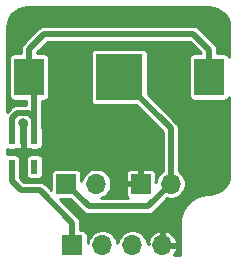
<source format=gbr>
%TF.GenerationSoftware,KiCad,Pcbnew,(5.1.6)-1*%
%TF.CreationDate,2022-09-22T09:58:55-04:00*%
%TF.ProjectId,EXT_BATT_3V-6V,4558545f-4241-4545-945f-33562d36562e,rev?*%
%TF.SameCoordinates,Original*%
%TF.FileFunction,Copper,L2,Bot*%
%TF.FilePolarity,Positive*%
%FSLAX46Y46*%
G04 Gerber Fmt 4.6, Leading zero omitted, Abs format (unit mm)*
G04 Created by KiCad (PCBNEW (5.1.6)-1) date 2022-09-22 09:58:55*
%MOMM*%
%LPD*%
G01*
G04 APERTURE LIST*
%TA.AperFunction,SMDPad,CuDef*%
%ADD10R,2.540000X3.170000*%
%TD*%
%TA.AperFunction,SMDPad,CuDef*%
%ADD11R,3.960000X3.960000*%
%TD*%
%TA.AperFunction,SMDPad,CuDef*%
%ADD12R,0.600000X1.250000*%
%TD*%
%TA.AperFunction,ComponentPad*%
%ADD13R,1.700000X1.700000*%
%TD*%
%TA.AperFunction,ComponentPad*%
%ADD14O,1.700000X1.700000*%
%TD*%
%TA.AperFunction,ViaPad*%
%ADD15C,0.800000*%
%TD*%
%TA.AperFunction,Conductor*%
%ADD16C,0.500000*%
%TD*%
%TA.AperFunction,Conductor*%
%ADD17C,0.254000*%
%TD*%
G04 APERTURE END LIST*
D10*
%TO.P,H1,1*%
%TO.N,+BATT*%
X152920001Y-82055001D03*
%TO.P,H1,2*%
X168160001Y-82055001D03*
D11*
%TO.P,H1,MP1*%
%TO.N,Net-(H1-PadMP1)*%
X160540001Y-82055001D03*
%TD*%
D12*
%TO.P,IC1,1*%
%TO.N,+BATT*%
X151450000Y-87150000D03*
%TO.P,IC1,2*%
%TO.N,GND*%
X152400000Y-87150000D03*
%TO.P,IC1,3*%
%TO.N,+BATT*%
X153350000Y-87150000D03*
%TO.P,IC1,4*%
%TO.N,Net-(IC1-Pad4)*%
X153350000Y-89650000D03*
%TO.P,IC1,5*%
%TO.N,VDD*%
X151450000Y-89650000D03*
%TD*%
D13*
%TO.P,J1,1*%
%TO.N,VDD*%
X156580000Y-96300000D03*
D14*
%TO.P,J1,2*%
%TO.N,Net-(J1-Pad2)*%
X159120000Y-96300000D03*
%TO.P,J1,3*%
%TO.N,Net-(J1-Pad3)*%
X161660000Y-96300000D03*
%TO.P,J1,4*%
%TO.N,GND*%
X164200000Y-96300000D03*
%TD*%
D13*
%TO.P,J2,1*%
%TO.N,Net-(H1-PadMP1)*%
X156060000Y-91100000D03*
D14*
%TO.P,J2,2*%
%TO.N,Net-(H2-Pad1)*%
X158600000Y-91100000D03*
%TD*%
%TO.P,J3,2*%
%TO.N,Net-(H1-PadMP1)*%
X164900000Y-91100000D03*
D13*
%TO.P,J3,1*%
%TO.N,GND*%
X162360000Y-91100000D03*
%TD*%
D15*
%TO.N,GND*%
X152400000Y-85950000D03*
X152000000Y-77100000D03*
X169000000Y-77000000D03*
%TD*%
D16*
%TO.N,+BATT*%
X153350000Y-82485000D02*
X152920001Y-82055001D01*
X153350000Y-87150000D02*
X153350000Y-86050000D01*
X153350000Y-86050000D02*
X153350000Y-82485000D01*
X153350000Y-85550000D02*
X153350000Y-86050000D01*
X152900000Y-85100000D02*
X153350000Y-85550000D01*
X151900000Y-85100000D02*
X152900000Y-85100000D01*
X151450000Y-87150000D02*
X151450000Y-85550000D01*
X151450000Y-85550000D02*
X151900000Y-85100000D01*
X152920001Y-79679999D02*
X152920001Y-82055001D01*
X154200000Y-78400000D02*
X152920001Y-79679999D01*
X166800000Y-78400000D02*
X154200000Y-78400000D01*
X168160001Y-82055001D02*
X168160001Y-79760001D01*
X168160001Y-79760001D02*
X166800000Y-78400000D01*
%TO.N,Net-(H1-PadMP1)*%
X156060000Y-91100000D02*
X157960000Y-93000000D01*
X163000000Y-93000000D02*
X164900000Y-91100000D01*
X157960000Y-93000000D02*
X163000000Y-93000000D01*
X164900000Y-86415000D02*
X160540001Y-82055001D01*
X164900000Y-91100000D02*
X164900000Y-86415000D01*
%TO.N,GND*%
X152400000Y-87150000D02*
X152400000Y-85950000D01*
%TO.N,VDD*%
X156580000Y-94380000D02*
X156580000Y-96300000D01*
X153800000Y-91600000D02*
X156580000Y-94380000D01*
X152200000Y-91600000D02*
X153800000Y-91600000D01*
X151450000Y-89650000D02*
X151450000Y-90850000D01*
X151450000Y-90850000D02*
X152200000Y-91600000D01*
%TD*%
D17*
%TO.N,GND*%
G36*
X167483002Y-80040425D02*
G01*
X167483002Y-80040935D01*
X166890001Y-80040935D01*
X166806294Y-80049179D01*
X166725805Y-80073596D01*
X166651625Y-80113246D01*
X166586606Y-80166606D01*
X166533246Y-80231625D01*
X166493596Y-80305805D01*
X166469179Y-80386294D01*
X166460935Y-80470001D01*
X166460935Y-83640001D01*
X166469179Y-83723708D01*
X166493596Y-83804197D01*
X166533246Y-83878377D01*
X166586606Y-83943396D01*
X166651625Y-83996756D01*
X166725805Y-84036406D01*
X166806294Y-84060823D01*
X166890001Y-84069067D01*
X169430001Y-84069067D01*
X169513708Y-84060823D01*
X169594197Y-84036406D01*
X169668377Y-83996756D01*
X169733396Y-83943396D01*
X169786756Y-83878377D01*
X169826406Y-83804197D01*
X169848001Y-83733012D01*
X169848000Y-90277892D01*
X169814488Y-90619676D01*
X169721649Y-90927176D01*
X169570850Y-91210789D01*
X169367836Y-91459709D01*
X169120340Y-91664455D01*
X168837785Y-91817233D01*
X168530941Y-91912217D01*
X168190185Y-91948032D01*
X168183767Y-91948054D01*
X168164124Y-91950049D01*
X168144373Y-91949911D01*
X168138092Y-91950527D01*
X167730489Y-91993368D01*
X167690358Y-92001606D01*
X167650118Y-92009282D01*
X167644076Y-92011106D01*
X167252557Y-92132301D01*
X167214775Y-92148183D01*
X167176807Y-92163523D01*
X167171239Y-92166483D01*
X167171235Y-92166485D01*
X167171234Y-92166486D01*
X166810712Y-92361420D01*
X166776733Y-92384339D01*
X166742471Y-92406760D01*
X166737580Y-92410748D01*
X166421786Y-92671996D01*
X166392920Y-92701064D01*
X166363648Y-92729729D01*
X166359631Y-92734585D01*
X166359626Y-92734590D01*
X166359622Y-92734595D01*
X166100590Y-93052201D01*
X166077903Y-93086347D01*
X166054775Y-93120125D01*
X166051773Y-93125676D01*
X165859361Y-93487551D01*
X165843742Y-93525444D01*
X165827611Y-93563081D01*
X165825744Y-93569110D01*
X165707286Y-93961466D01*
X165699336Y-94001617D01*
X165690811Y-94041724D01*
X165690151Y-94048001D01*
X165650157Y-94455893D01*
X165650157Y-94455905D01*
X165648001Y-94477795D01*
X165648000Y-97148000D01*
X165146811Y-97148000D01*
X165217072Y-97072212D01*
X165348180Y-96858953D01*
X165435164Y-96624214D01*
X165363925Y-96427000D01*
X164327000Y-96427000D01*
X164327000Y-96447000D01*
X164073000Y-96447000D01*
X164073000Y-96427000D01*
X164053000Y-96427000D01*
X164053000Y-96173000D01*
X164073000Y-96173000D01*
X164073000Y-95136662D01*
X164327000Y-95136662D01*
X164327000Y-96173000D01*
X165363925Y-96173000D01*
X165435164Y-95975786D01*
X165348180Y-95741047D01*
X165217072Y-95527788D01*
X165046878Y-95344205D01*
X164844139Y-95197353D01*
X164616646Y-95092875D01*
X164524213Y-95064842D01*
X164327000Y-95136662D01*
X164073000Y-95136662D01*
X163875787Y-95064842D01*
X163783354Y-95092875D01*
X163555861Y-95197353D01*
X163353122Y-95344205D01*
X163182928Y-95527788D01*
X163051820Y-95741047D01*
X162964836Y-95975786D01*
X163036074Y-96172998D01*
X162936756Y-96172998D01*
X162887926Y-95927513D01*
X162791663Y-95695114D01*
X162651911Y-95485960D01*
X162474040Y-95308089D01*
X162264886Y-95168337D01*
X162032487Y-95072074D01*
X161785774Y-95023000D01*
X161534226Y-95023000D01*
X161287513Y-95072074D01*
X161055114Y-95168337D01*
X160845960Y-95308089D01*
X160668089Y-95485960D01*
X160528337Y-95695114D01*
X160432074Y-95927513D01*
X160390000Y-96139034D01*
X160347926Y-95927513D01*
X160251663Y-95695114D01*
X160111911Y-95485960D01*
X159934040Y-95308089D01*
X159724886Y-95168337D01*
X159492487Y-95072074D01*
X159245774Y-95023000D01*
X158994226Y-95023000D01*
X158747513Y-95072074D01*
X158515114Y-95168337D01*
X158305960Y-95308089D01*
X158128089Y-95485960D01*
X157988337Y-95695114D01*
X157892074Y-95927513D01*
X157859066Y-96093456D01*
X157859066Y-95450000D01*
X157850822Y-95366293D01*
X157826405Y-95285804D01*
X157786755Y-95211624D01*
X157733395Y-95146605D01*
X157668376Y-95093245D01*
X157594196Y-95053595D01*
X157513707Y-95029178D01*
X157430000Y-95020934D01*
X157257000Y-95020934D01*
X157257000Y-94413252D01*
X157260275Y-94380000D01*
X157247204Y-94247285D01*
X157208492Y-94119670D01*
X157145628Y-94002059D01*
X157082224Y-93924801D01*
X157082218Y-93924795D01*
X157061026Y-93898973D01*
X157035206Y-93877783D01*
X155536488Y-92379066D01*
X156381644Y-92379066D01*
X157457778Y-93455201D01*
X157478973Y-93481027D01*
X157504799Y-93502222D01*
X157504801Y-93502224D01*
X157582059Y-93565628D01*
X157699670Y-93628492D01*
X157827285Y-93667204D01*
X157960000Y-93680275D01*
X157993252Y-93677000D01*
X162966755Y-93677000D01*
X163000000Y-93680274D01*
X163033245Y-93677000D01*
X163033252Y-93677000D01*
X163132715Y-93667204D01*
X163260330Y-93628492D01*
X163377941Y-93565628D01*
X163481027Y-93481027D01*
X163502226Y-93455196D01*
X164612577Y-92344846D01*
X164774226Y-92377000D01*
X165025774Y-92377000D01*
X165272487Y-92327926D01*
X165504886Y-92231663D01*
X165714040Y-92091911D01*
X165891911Y-91914040D01*
X166031663Y-91704886D01*
X166127926Y-91472487D01*
X166177000Y-91225774D01*
X166177000Y-90974226D01*
X166127926Y-90727513D01*
X166031663Y-90495114D01*
X165891911Y-90285960D01*
X165714040Y-90108089D01*
X165577000Y-90016522D01*
X165577000Y-86448252D01*
X165580275Y-86415000D01*
X165567204Y-86282285D01*
X165528492Y-86154670D01*
X165465628Y-86037059D01*
X165402224Y-85959801D01*
X165402222Y-85959799D01*
X165381027Y-85933973D01*
X165355201Y-85912778D01*
X162949067Y-83506645D01*
X162949067Y-80075001D01*
X162940823Y-79991294D01*
X162916406Y-79910805D01*
X162876756Y-79836625D01*
X162823396Y-79771606D01*
X162758377Y-79718246D01*
X162684197Y-79678596D01*
X162603708Y-79654179D01*
X162520001Y-79645935D01*
X158560001Y-79645935D01*
X158476294Y-79654179D01*
X158395805Y-79678596D01*
X158321625Y-79718246D01*
X158256606Y-79771606D01*
X158203246Y-79836625D01*
X158163596Y-79910805D01*
X158139179Y-79991294D01*
X158130935Y-80075001D01*
X158130935Y-84035001D01*
X158139179Y-84118708D01*
X158163596Y-84199197D01*
X158203246Y-84273377D01*
X158256606Y-84338396D01*
X158321625Y-84391756D01*
X158395805Y-84431406D01*
X158476294Y-84455823D01*
X158560001Y-84464067D01*
X161991645Y-84464067D01*
X164223001Y-86695424D01*
X164223000Y-90016522D01*
X164085960Y-90108089D01*
X163908089Y-90285960D01*
X163768337Y-90495114D01*
X163672074Y-90727513D01*
X163623244Y-90972998D01*
X163530252Y-90972998D01*
X163637000Y-90866250D01*
X163639066Y-90250000D01*
X163630822Y-90166293D01*
X163606405Y-90085804D01*
X163566755Y-90011624D01*
X163513395Y-89946605D01*
X163448376Y-89893245D01*
X163374196Y-89853595D01*
X163293707Y-89829178D01*
X163210000Y-89820934D01*
X162593750Y-89823000D01*
X162487000Y-89929750D01*
X162487000Y-90973000D01*
X162507000Y-90973000D01*
X162507000Y-91227000D01*
X162487000Y-91227000D01*
X162487000Y-91247000D01*
X162233000Y-91247000D01*
X162233000Y-91227000D01*
X161189750Y-91227000D01*
X161083000Y-91333750D01*
X161080934Y-91950000D01*
X161089178Y-92033707D01*
X161113595Y-92114196D01*
X161153245Y-92188376D01*
X161206605Y-92253395D01*
X161271624Y-92306755D01*
X161302016Y-92323000D01*
X158984379Y-92323000D01*
X159204886Y-92231663D01*
X159414040Y-92091911D01*
X159591911Y-91914040D01*
X159731663Y-91704886D01*
X159827926Y-91472487D01*
X159877000Y-91225774D01*
X159877000Y-90974226D01*
X159827926Y-90727513D01*
X159731663Y-90495114D01*
X159591911Y-90285960D01*
X159555951Y-90250000D01*
X161080934Y-90250000D01*
X161083000Y-90866250D01*
X161189750Y-90973000D01*
X162233000Y-90973000D01*
X162233000Y-89929750D01*
X162126250Y-89823000D01*
X161510000Y-89820934D01*
X161426293Y-89829178D01*
X161345804Y-89853595D01*
X161271624Y-89893245D01*
X161206605Y-89946605D01*
X161153245Y-90011624D01*
X161113595Y-90085804D01*
X161089178Y-90166293D01*
X161080934Y-90250000D01*
X159555951Y-90250000D01*
X159414040Y-90108089D01*
X159204886Y-89968337D01*
X158972487Y-89872074D01*
X158725774Y-89823000D01*
X158474226Y-89823000D01*
X158227513Y-89872074D01*
X157995114Y-89968337D01*
X157785960Y-90108089D01*
X157608089Y-90285960D01*
X157468337Y-90495114D01*
X157372074Y-90727513D01*
X157339066Y-90893456D01*
X157339066Y-90250000D01*
X157330822Y-90166293D01*
X157306405Y-90085804D01*
X157266755Y-90011624D01*
X157213395Y-89946605D01*
X157148376Y-89893245D01*
X157074196Y-89853595D01*
X156993707Y-89829178D01*
X156910000Y-89820934D01*
X155210000Y-89820934D01*
X155126293Y-89829178D01*
X155045804Y-89853595D01*
X154971624Y-89893245D01*
X154906605Y-89946605D01*
X154853245Y-90011624D01*
X154813595Y-90085804D01*
X154789178Y-90166293D01*
X154780934Y-90250000D01*
X154780934Y-91623512D01*
X154302226Y-91144804D01*
X154281027Y-91118973D01*
X154177941Y-91034372D01*
X154060330Y-90971508D01*
X153932715Y-90932796D01*
X153833252Y-90923000D01*
X153833245Y-90923000D01*
X153800000Y-90919726D01*
X153766755Y-90923000D01*
X152480422Y-90923000D01*
X152127000Y-90569578D01*
X152127000Y-90475500D01*
X152146405Y-90439196D01*
X152170822Y-90358707D01*
X152179066Y-90275000D01*
X152179066Y-89025000D01*
X152620934Y-89025000D01*
X152620934Y-90275000D01*
X152629178Y-90358707D01*
X152653595Y-90439196D01*
X152693245Y-90513376D01*
X152746605Y-90578395D01*
X152811624Y-90631755D01*
X152885804Y-90671405D01*
X152966293Y-90695822D01*
X153050000Y-90704066D01*
X153650000Y-90704066D01*
X153733707Y-90695822D01*
X153814196Y-90671405D01*
X153888376Y-90631755D01*
X153953395Y-90578395D01*
X154006755Y-90513376D01*
X154046405Y-90439196D01*
X154070822Y-90358707D01*
X154079066Y-90275000D01*
X154079066Y-89025000D01*
X154070822Y-88941293D01*
X154046405Y-88860804D01*
X154006755Y-88786624D01*
X153953395Y-88721605D01*
X153888376Y-88668245D01*
X153814196Y-88628595D01*
X153733707Y-88604178D01*
X153650000Y-88595934D01*
X153050000Y-88595934D01*
X152966293Y-88604178D01*
X152885804Y-88628595D01*
X152811624Y-88668245D01*
X152746605Y-88721605D01*
X152693245Y-88786624D01*
X152653595Y-88860804D01*
X152629178Y-88941293D01*
X152620934Y-89025000D01*
X152179066Y-89025000D01*
X152170822Y-88941293D01*
X152146405Y-88860804D01*
X152106755Y-88786624D01*
X152053395Y-88721605D01*
X151988376Y-88668245D01*
X151914196Y-88628595D01*
X151833707Y-88604178D01*
X151750000Y-88595934D01*
X151150000Y-88595934D01*
X151066293Y-88604178D01*
X151052000Y-88608514D01*
X151052000Y-88191486D01*
X151066293Y-88195822D01*
X151150000Y-88204066D01*
X151750000Y-88204066D01*
X151833707Y-88195822D01*
X151914196Y-88171405D01*
X151925000Y-88165630D01*
X151935804Y-88171405D01*
X152016293Y-88195822D01*
X152100000Y-88204066D01*
X152166250Y-88202000D01*
X152273000Y-88095250D01*
X152273000Y-87277000D01*
X152253000Y-87277000D01*
X152253000Y-87023000D01*
X152273000Y-87023000D01*
X152273000Y-86204750D01*
X152166250Y-86098000D01*
X152127000Y-86096776D01*
X152127000Y-85830422D01*
X152180421Y-85777000D01*
X152619578Y-85777000D01*
X152673000Y-85830421D01*
X152673000Y-86083252D01*
X152673001Y-86083262D01*
X152673001Y-86096776D01*
X152633750Y-86098000D01*
X152527000Y-86204750D01*
X152527000Y-87023000D01*
X152547000Y-87023000D01*
X152547000Y-87277000D01*
X152527000Y-87277000D01*
X152527000Y-88095250D01*
X152633750Y-88202000D01*
X152700000Y-88204066D01*
X152783707Y-88195822D01*
X152864196Y-88171405D01*
X152875000Y-88165630D01*
X152885804Y-88171405D01*
X152966293Y-88195822D01*
X153050000Y-88204066D01*
X153650000Y-88204066D01*
X153733707Y-88195822D01*
X153814196Y-88171405D01*
X153888376Y-88131755D01*
X153953395Y-88078395D01*
X154006755Y-88013376D01*
X154046405Y-87939196D01*
X154070822Y-87858707D01*
X154079066Y-87775000D01*
X154079066Y-86525000D01*
X154070822Y-86441293D01*
X154046405Y-86360804D01*
X154027000Y-86324500D01*
X154027000Y-85583241D01*
X154030274Y-85549999D01*
X154027000Y-85516757D01*
X154027000Y-84069067D01*
X154190001Y-84069067D01*
X154273708Y-84060823D01*
X154354197Y-84036406D01*
X154428377Y-83996756D01*
X154493396Y-83943396D01*
X154546756Y-83878377D01*
X154586406Y-83804197D01*
X154610823Y-83723708D01*
X154619067Y-83640001D01*
X154619067Y-80470001D01*
X154610823Y-80386294D01*
X154586406Y-80305805D01*
X154546756Y-80231625D01*
X154493396Y-80166606D01*
X154428377Y-80113246D01*
X154354197Y-80073596D01*
X154273708Y-80049179D01*
X154190001Y-80040935D01*
X153597001Y-80040935D01*
X153597001Y-79960421D01*
X154480423Y-79077000D01*
X166519578Y-79077000D01*
X167483002Y-80040425D01*
G37*
X167483002Y-80040425D02*
X167483002Y-80040935D01*
X166890001Y-80040935D01*
X166806294Y-80049179D01*
X166725805Y-80073596D01*
X166651625Y-80113246D01*
X166586606Y-80166606D01*
X166533246Y-80231625D01*
X166493596Y-80305805D01*
X166469179Y-80386294D01*
X166460935Y-80470001D01*
X166460935Y-83640001D01*
X166469179Y-83723708D01*
X166493596Y-83804197D01*
X166533246Y-83878377D01*
X166586606Y-83943396D01*
X166651625Y-83996756D01*
X166725805Y-84036406D01*
X166806294Y-84060823D01*
X166890001Y-84069067D01*
X169430001Y-84069067D01*
X169513708Y-84060823D01*
X169594197Y-84036406D01*
X169668377Y-83996756D01*
X169733396Y-83943396D01*
X169786756Y-83878377D01*
X169826406Y-83804197D01*
X169848001Y-83733012D01*
X169848000Y-90277892D01*
X169814488Y-90619676D01*
X169721649Y-90927176D01*
X169570850Y-91210789D01*
X169367836Y-91459709D01*
X169120340Y-91664455D01*
X168837785Y-91817233D01*
X168530941Y-91912217D01*
X168190185Y-91948032D01*
X168183767Y-91948054D01*
X168164124Y-91950049D01*
X168144373Y-91949911D01*
X168138092Y-91950527D01*
X167730489Y-91993368D01*
X167690358Y-92001606D01*
X167650118Y-92009282D01*
X167644076Y-92011106D01*
X167252557Y-92132301D01*
X167214775Y-92148183D01*
X167176807Y-92163523D01*
X167171239Y-92166483D01*
X167171235Y-92166485D01*
X167171234Y-92166486D01*
X166810712Y-92361420D01*
X166776733Y-92384339D01*
X166742471Y-92406760D01*
X166737580Y-92410748D01*
X166421786Y-92671996D01*
X166392920Y-92701064D01*
X166363648Y-92729729D01*
X166359631Y-92734585D01*
X166359626Y-92734590D01*
X166359622Y-92734595D01*
X166100590Y-93052201D01*
X166077903Y-93086347D01*
X166054775Y-93120125D01*
X166051773Y-93125676D01*
X165859361Y-93487551D01*
X165843742Y-93525444D01*
X165827611Y-93563081D01*
X165825744Y-93569110D01*
X165707286Y-93961466D01*
X165699336Y-94001617D01*
X165690811Y-94041724D01*
X165690151Y-94048001D01*
X165650157Y-94455893D01*
X165650157Y-94455905D01*
X165648001Y-94477795D01*
X165648000Y-97148000D01*
X165146811Y-97148000D01*
X165217072Y-97072212D01*
X165348180Y-96858953D01*
X165435164Y-96624214D01*
X165363925Y-96427000D01*
X164327000Y-96427000D01*
X164327000Y-96447000D01*
X164073000Y-96447000D01*
X164073000Y-96427000D01*
X164053000Y-96427000D01*
X164053000Y-96173000D01*
X164073000Y-96173000D01*
X164073000Y-95136662D01*
X164327000Y-95136662D01*
X164327000Y-96173000D01*
X165363925Y-96173000D01*
X165435164Y-95975786D01*
X165348180Y-95741047D01*
X165217072Y-95527788D01*
X165046878Y-95344205D01*
X164844139Y-95197353D01*
X164616646Y-95092875D01*
X164524213Y-95064842D01*
X164327000Y-95136662D01*
X164073000Y-95136662D01*
X163875787Y-95064842D01*
X163783354Y-95092875D01*
X163555861Y-95197353D01*
X163353122Y-95344205D01*
X163182928Y-95527788D01*
X163051820Y-95741047D01*
X162964836Y-95975786D01*
X163036074Y-96172998D01*
X162936756Y-96172998D01*
X162887926Y-95927513D01*
X162791663Y-95695114D01*
X162651911Y-95485960D01*
X162474040Y-95308089D01*
X162264886Y-95168337D01*
X162032487Y-95072074D01*
X161785774Y-95023000D01*
X161534226Y-95023000D01*
X161287513Y-95072074D01*
X161055114Y-95168337D01*
X160845960Y-95308089D01*
X160668089Y-95485960D01*
X160528337Y-95695114D01*
X160432074Y-95927513D01*
X160390000Y-96139034D01*
X160347926Y-95927513D01*
X160251663Y-95695114D01*
X160111911Y-95485960D01*
X159934040Y-95308089D01*
X159724886Y-95168337D01*
X159492487Y-95072074D01*
X159245774Y-95023000D01*
X158994226Y-95023000D01*
X158747513Y-95072074D01*
X158515114Y-95168337D01*
X158305960Y-95308089D01*
X158128089Y-95485960D01*
X157988337Y-95695114D01*
X157892074Y-95927513D01*
X157859066Y-96093456D01*
X157859066Y-95450000D01*
X157850822Y-95366293D01*
X157826405Y-95285804D01*
X157786755Y-95211624D01*
X157733395Y-95146605D01*
X157668376Y-95093245D01*
X157594196Y-95053595D01*
X157513707Y-95029178D01*
X157430000Y-95020934D01*
X157257000Y-95020934D01*
X157257000Y-94413252D01*
X157260275Y-94380000D01*
X157247204Y-94247285D01*
X157208492Y-94119670D01*
X157145628Y-94002059D01*
X157082224Y-93924801D01*
X157082218Y-93924795D01*
X157061026Y-93898973D01*
X157035206Y-93877783D01*
X155536488Y-92379066D01*
X156381644Y-92379066D01*
X157457778Y-93455201D01*
X157478973Y-93481027D01*
X157504799Y-93502222D01*
X157504801Y-93502224D01*
X157582059Y-93565628D01*
X157699670Y-93628492D01*
X157827285Y-93667204D01*
X157960000Y-93680275D01*
X157993252Y-93677000D01*
X162966755Y-93677000D01*
X163000000Y-93680274D01*
X163033245Y-93677000D01*
X163033252Y-93677000D01*
X163132715Y-93667204D01*
X163260330Y-93628492D01*
X163377941Y-93565628D01*
X163481027Y-93481027D01*
X163502226Y-93455196D01*
X164612577Y-92344846D01*
X164774226Y-92377000D01*
X165025774Y-92377000D01*
X165272487Y-92327926D01*
X165504886Y-92231663D01*
X165714040Y-92091911D01*
X165891911Y-91914040D01*
X166031663Y-91704886D01*
X166127926Y-91472487D01*
X166177000Y-91225774D01*
X166177000Y-90974226D01*
X166127926Y-90727513D01*
X166031663Y-90495114D01*
X165891911Y-90285960D01*
X165714040Y-90108089D01*
X165577000Y-90016522D01*
X165577000Y-86448252D01*
X165580275Y-86415000D01*
X165567204Y-86282285D01*
X165528492Y-86154670D01*
X165465628Y-86037059D01*
X165402224Y-85959801D01*
X165402222Y-85959799D01*
X165381027Y-85933973D01*
X165355201Y-85912778D01*
X162949067Y-83506645D01*
X162949067Y-80075001D01*
X162940823Y-79991294D01*
X162916406Y-79910805D01*
X162876756Y-79836625D01*
X162823396Y-79771606D01*
X162758377Y-79718246D01*
X162684197Y-79678596D01*
X162603708Y-79654179D01*
X162520001Y-79645935D01*
X158560001Y-79645935D01*
X158476294Y-79654179D01*
X158395805Y-79678596D01*
X158321625Y-79718246D01*
X158256606Y-79771606D01*
X158203246Y-79836625D01*
X158163596Y-79910805D01*
X158139179Y-79991294D01*
X158130935Y-80075001D01*
X158130935Y-84035001D01*
X158139179Y-84118708D01*
X158163596Y-84199197D01*
X158203246Y-84273377D01*
X158256606Y-84338396D01*
X158321625Y-84391756D01*
X158395805Y-84431406D01*
X158476294Y-84455823D01*
X158560001Y-84464067D01*
X161991645Y-84464067D01*
X164223001Y-86695424D01*
X164223000Y-90016522D01*
X164085960Y-90108089D01*
X163908089Y-90285960D01*
X163768337Y-90495114D01*
X163672074Y-90727513D01*
X163623244Y-90972998D01*
X163530252Y-90972998D01*
X163637000Y-90866250D01*
X163639066Y-90250000D01*
X163630822Y-90166293D01*
X163606405Y-90085804D01*
X163566755Y-90011624D01*
X163513395Y-89946605D01*
X163448376Y-89893245D01*
X163374196Y-89853595D01*
X163293707Y-89829178D01*
X163210000Y-89820934D01*
X162593750Y-89823000D01*
X162487000Y-89929750D01*
X162487000Y-90973000D01*
X162507000Y-90973000D01*
X162507000Y-91227000D01*
X162487000Y-91227000D01*
X162487000Y-91247000D01*
X162233000Y-91247000D01*
X162233000Y-91227000D01*
X161189750Y-91227000D01*
X161083000Y-91333750D01*
X161080934Y-91950000D01*
X161089178Y-92033707D01*
X161113595Y-92114196D01*
X161153245Y-92188376D01*
X161206605Y-92253395D01*
X161271624Y-92306755D01*
X161302016Y-92323000D01*
X158984379Y-92323000D01*
X159204886Y-92231663D01*
X159414040Y-92091911D01*
X159591911Y-91914040D01*
X159731663Y-91704886D01*
X159827926Y-91472487D01*
X159877000Y-91225774D01*
X159877000Y-90974226D01*
X159827926Y-90727513D01*
X159731663Y-90495114D01*
X159591911Y-90285960D01*
X159555951Y-90250000D01*
X161080934Y-90250000D01*
X161083000Y-90866250D01*
X161189750Y-90973000D01*
X162233000Y-90973000D01*
X162233000Y-89929750D01*
X162126250Y-89823000D01*
X161510000Y-89820934D01*
X161426293Y-89829178D01*
X161345804Y-89853595D01*
X161271624Y-89893245D01*
X161206605Y-89946605D01*
X161153245Y-90011624D01*
X161113595Y-90085804D01*
X161089178Y-90166293D01*
X161080934Y-90250000D01*
X159555951Y-90250000D01*
X159414040Y-90108089D01*
X159204886Y-89968337D01*
X158972487Y-89872074D01*
X158725774Y-89823000D01*
X158474226Y-89823000D01*
X158227513Y-89872074D01*
X157995114Y-89968337D01*
X157785960Y-90108089D01*
X157608089Y-90285960D01*
X157468337Y-90495114D01*
X157372074Y-90727513D01*
X157339066Y-90893456D01*
X157339066Y-90250000D01*
X157330822Y-90166293D01*
X157306405Y-90085804D01*
X157266755Y-90011624D01*
X157213395Y-89946605D01*
X157148376Y-89893245D01*
X157074196Y-89853595D01*
X156993707Y-89829178D01*
X156910000Y-89820934D01*
X155210000Y-89820934D01*
X155126293Y-89829178D01*
X155045804Y-89853595D01*
X154971624Y-89893245D01*
X154906605Y-89946605D01*
X154853245Y-90011624D01*
X154813595Y-90085804D01*
X154789178Y-90166293D01*
X154780934Y-90250000D01*
X154780934Y-91623512D01*
X154302226Y-91144804D01*
X154281027Y-91118973D01*
X154177941Y-91034372D01*
X154060330Y-90971508D01*
X153932715Y-90932796D01*
X153833252Y-90923000D01*
X153833245Y-90923000D01*
X153800000Y-90919726D01*
X153766755Y-90923000D01*
X152480422Y-90923000D01*
X152127000Y-90569578D01*
X152127000Y-90475500D01*
X152146405Y-90439196D01*
X152170822Y-90358707D01*
X152179066Y-90275000D01*
X152179066Y-89025000D01*
X152620934Y-89025000D01*
X152620934Y-90275000D01*
X152629178Y-90358707D01*
X152653595Y-90439196D01*
X152693245Y-90513376D01*
X152746605Y-90578395D01*
X152811624Y-90631755D01*
X152885804Y-90671405D01*
X152966293Y-90695822D01*
X153050000Y-90704066D01*
X153650000Y-90704066D01*
X153733707Y-90695822D01*
X153814196Y-90671405D01*
X153888376Y-90631755D01*
X153953395Y-90578395D01*
X154006755Y-90513376D01*
X154046405Y-90439196D01*
X154070822Y-90358707D01*
X154079066Y-90275000D01*
X154079066Y-89025000D01*
X154070822Y-88941293D01*
X154046405Y-88860804D01*
X154006755Y-88786624D01*
X153953395Y-88721605D01*
X153888376Y-88668245D01*
X153814196Y-88628595D01*
X153733707Y-88604178D01*
X153650000Y-88595934D01*
X153050000Y-88595934D01*
X152966293Y-88604178D01*
X152885804Y-88628595D01*
X152811624Y-88668245D01*
X152746605Y-88721605D01*
X152693245Y-88786624D01*
X152653595Y-88860804D01*
X152629178Y-88941293D01*
X152620934Y-89025000D01*
X152179066Y-89025000D01*
X152170822Y-88941293D01*
X152146405Y-88860804D01*
X152106755Y-88786624D01*
X152053395Y-88721605D01*
X151988376Y-88668245D01*
X151914196Y-88628595D01*
X151833707Y-88604178D01*
X151750000Y-88595934D01*
X151150000Y-88595934D01*
X151066293Y-88604178D01*
X151052000Y-88608514D01*
X151052000Y-88191486D01*
X151066293Y-88195822D01*
X151150000Y-88204066D01*
X151750000Y-88204066D01*
X151833707Y-88195822D01*
X151914196Y-88171405D01*
X151925000Y-88165630D01*
X151935804Y-88171405D01*
X152016293Y-88195822D01*
X152100000Y-88204066D01*
X152166250Y-88202000D01*
X152273000Y-88095250D01*
X152273000Y-87277000D01*
X152253000Y-87277000D01*
X152253000Y-87023000D01*
X152273000Y-87023000D01*
X152273000Y-86204750D01*
X152166250Y-86098000D01*
X152127000Y-86096776D01*
X152127000Y-85830422D01*
X152180421Y-85777000D01*
X152619578Y-85777000D01*
X152673000Y-85830421D01*
X152673000Y-86083252D01*
X152673001Y-86083262D01*
X152673001Y-86096776D01*
X152633750Y-86098000D01*
X152527000Y-86204750D01*
X152527000Y-87023000D01*
X152547000Y-87023000D01*
X152547000Y-87277000D01*
X152527000Y-87277000D01*
X152527000Y-88095250D01*
X152633750Y-88202000D01*
X152700000Y-88204066D01*
X152783707Y-88195822D01*
X152864196Y-88171405D01*
X152875000Y-88165630D01*
X152885804Y-88171405D01*
X152966293Y-88195822D01*
X153050000Y-88204066D01*
X153650000Y-88204066D01*
X153733707Y-88195822D01*
X153814196Y-88171405D01*
X153888376Y-88131755D01*
X153953395Y-88078395D01*
X154006755Y-88013376D01*
X154046405Y-87939196D01*
X154070822Y-87858707D01*
X154079066Y-87775000D01*
X154079066Y-86525000D01*
X154070822Y-86441293D01*
X154046405Y-86360804D01*
X154027000Y-86324500D01*
X154027000Y-85583241D01*
X154030274Y-85549999D01*
X154027000Y-85516757D01*
X154027000Y-84069067D01*
X154190001Y-84069067D01*
X154273708Y-84060823D01*
X154354197Y-84036406D01*
X154428377Y-83996756D01*
X154493396Y-83943396D01*
X154546756Y-83878377D01*
X154586406Y-83804197D01*
X154610823Y-83723708D01*
X154619067Y-83640001D01*
X154619067Y-80470001D01*
X154610823Y-80386294D01*
X154586406Y-80305805D01*
X154546756Y-80231625D01*
X154493396Y-80166606D01*
X154428377Y-80113246D01*
X154354197Y-80073596D01*
X154273708Y-80049179D01*
X154190001Y-80040935D01*
X153597001Y-80040935D01*
X153597001Y-79960421D01*
X154480423Y-79077000D01*
X166519578Y-79077000D01*
X167483002Y-80040425D01*
G36*
X168519681Y-76185513D02*
G01*
X168827179Y-76278352D01*
X169110789Y-76429150D01*
X169359711Y-76632166D01*
X169564457Y-76879662D01*
X169717233Y-77162215D01*
X169812217Y-77469059D01*
X169848001Y-77809523D01*
X169848001Y-80376991D01*
X169826406Y-80305805D01*
X169786756Y-80231625D01*
X169733396Y-80166606D01*
X169668377Y-80113246D01*
X169594197Y-80073596D01*
X169513708Y-80049179D01*
X169430001Y-80040935D01*
X168837001Y-80040935D01*
X168837001Y-79793253D01*
X168840276Y-79760001D01*
X168827205Y-79627286D01*
X168788493Y-79499671D01*
X168725629Y-79382060D01*
X168662225Y-79304802D01*
X168662223Y-79304800D01*
X168641028Y-79278974D01*
X168615202Y-79257779D01*
X167302226Y-77944804D01*
X167281027Y-77918973D01*
X167177941Y-77834372D01*
X167060330Y-77771508D01*
X166932715Y-77732796D01*
X166833252Y-77723000D01*
X166833245Y-77723000D01*
X166800000Y-77719726D01*
X166766755Y-77723000D01*
X154233245Y-77723000D01*
X154200000Y-77719726D01*
X154166755Y-77723000D01*
X154166748Y-77723000D01*
X154067285Y-77732796D01*
X153939670Y-77771508D01*
X153822059Y-77834372D01*
X153755086Y-77889336D01*
X153718973Y-77918973D01*
X153697778Y-77944799D01*
X152464801Y-79177777D01*
X152438974Y-79198973D01*
X152354373Y-79302059D01*
X152291509Y-79419670D01*
X152252797Y-79547285D01*
X152243001Y-79646748D01*
X152243001Y-79646754D01*
X152239727Y-79679999D01*
X152243001Y-79713244D01*
X152243001Y-80040935D01*
X151650001Y-80040935D01*
X151566294Y-80049179D01*
X151485805Y-80073596D01*
X151411625Y-80113246D01*
X151346606Y-80166606D01*
X151293246Y-80231625D01*
X151253596Y-80305805D01*
X151229179Y-80386294D01*
X151220935Y-80470001D01*
X151220935Y-83640001D01*
X151229179Y-83723708D01*
X151253596Y-83804197D01*
X151293246Y-83878377D01*
X151346606Y-83943396D01*
X151411625Y-83996756D01*
X151485805Y-84036406D01*
X151566294Y-84060823D01*
X151650001Y-84069067D01*
X152673001Y-84069067D01*
X152673000Y-84423000D01*
X151933241Y-84423000D01*
X151899999Y-84419726D01*
X151866757Y-84423000D01*
X151866748Y-84423000D01*
X151767285Y-84432796D01*
X151639670Y-84471508D01*
X151522059Y-84534372D01*
X151418973Y-84618973D01*
X151397769Y-84644809D01*
X151052000Y-84990578D01*
X151052000Y-77822108D01*
X151085513Y-77480319D01*
X151178352Y-77172821D01*
X151329150Y-76889211D01*
X151532166Y-76640289D01*
X151779662Y-76435543D01*
X152062215Y-76282767D01*
X152369059Y-76187783D01*
X152709514Y-76152000D01*
X168177892Y-76152000D01*
X168519681Y-76185513D01*
G37*
X168519681Y-76185513D02*
X168827179Y-76278352D01*
X169110789Y-76429150D01*
X169359711Y-76632166D01*
X169564457Y-76879662D01*
X169717233Y-77162215D01*
X169812217Y-77469059D01*
X169848001Y-77809523D01*
X169848001Y-80376991D01*
X169826406Y-80305805D01*
X169786756Y-80231625D01*
X169733396Y-80166606D01*
X169668377Y-80113246D01*
X169594197Y-80073596D01*
X169513708Y-80049179D01*
X169430001Y-80040935D01*
X168837001Y-80040935D01*
X168837001Y-79793253D01*
X168840276Y-79760001D01*
X168827205Y-79627286D01*
X168788493Y-79499671D01*
X168725629Y-79382060D01*
X168662225Y-79304802D01*
X168662223Y-79304800D01*
X168641028Y-79278974D01*
X168615202Y-79257779D01*
X167302226Y-77944804D01*
X167281027Y-77918973D01*
X167177941Y-77834372D01*
X167060330Y-77771508D01*
X166932715Y-77732796D01*
X166833252Y-77723000D01*
X166833245Y-77723000D01*
X166800000Y-77719726D01*
X166766755Y-77723000D01*
X154233245Y-77723000D01*
X154200000Y-77719726D01*
X154166755Y-77723000D01*
X154166748Y-77723000D01*
X154067285Y-77732796D01*
X153939670Y-77771508D01*
X153822059Y-77834372D01*
X153755086Y-77889336D01*
X153718973Y-77918973D01*
X153697778Y-77944799D01*
X152464801Y-79177777D01*
X152438974Y-79198973D01*
X152354373Y-79302059D01*
X152291509Y-79419670D01*
X152252797Y-79547285D01*
X152243001Y-79646748D01*
X152243001Y-79646754D01*
X152239727Y-79679999D01*
X152243001Y-79713244D01*
X152243001Y-80040935D01*
X151650001Y-80040935D01*
X151566294Y-80049179D01*
X151485805Y-80073596D01*
X151411625Y-80113246D01*
X151346606Y-80166606D01*
X151293246Y-80231625D01*
X151253596Y-80305805D01*
X151229179Y-80386294D01*
X151220935Y-80470001D01*
X151220935Y-83640001D01*
X151229179Y-83723708D01*
X151253596Y-83804197D01*
X151293246Y-83878377D01*
X151346606Y-83943396D01*
X151411625Y-83996756D01*
X151485805Y-84036406D01*
X151566294Y-84060823D01*
X151650001Y-84069067D01*
X152673001Y-84069067D01*
X152673000Y-84423000D01*
X151933241Y-84423000D01*
X151899999Y-84419726D01*
X151866757Y-84423000D01*
X151866748Y-84423000D01*
X151767285Y-84432796D01*
X151639670Y-84471508D01*
X151522059Y-84534372D01*
X151418973Y-84618973D01*
X151397769Y-84644809D01*
X151052000Y-84990578D01*
X151052000Y-77822108D01*
X151085513Y-77480319D01*
X151178352Y-77172821D01*
X151329150Y-76889211D01*
X151532166Y-76640289D01*
X151779662Y-76435543D01*
X152062215Y-76282767D01*
X152369059Y-76187783D01*
X152709514Y-76152000D01*
X168177892Y-76152000D01*
X168519681Y-76185513D01*
%TD*%
M02*

</source>
